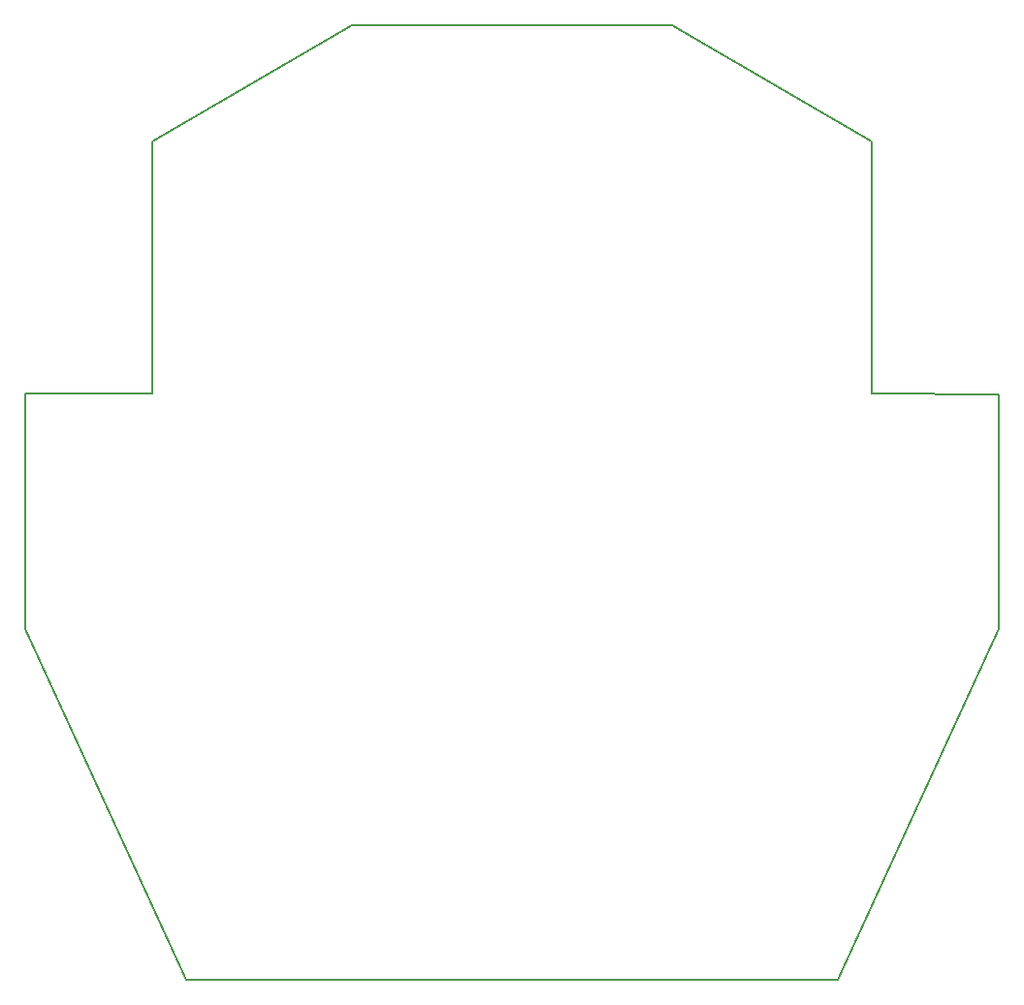
<source format=gbr>
%TF.GenerationSoftware,KiCad,Pcbnew,no-vcs-found-46edf65~60~ubuntu17.04.1*%
%TF.CreationDate,2018-01-25T11:12:12+01:00*%
%TF.ProjectId,telecomando,74656C65636F6D616E646F2E6B696361,1*%
%TF.SameCoordinates,Original*%
%TF.FileFunction,Profile,NP*%
%FSLAX46Y46*%
G04 Gerber Fmt 4.6, Leading zero omitted, Abs format (unit mm)*
G04 Created by KiCad (PCBNEW no-vcs-found-46edf65~60~ubuntu17.04.1) date Thu Jan 25 11:12:12 2018*
%MOMM*%
%LPD*%
G01*
G04 APERTURE LIST*
%ADD10C,0.150000*%
G04 APERTURE END LIST*
D10*
X109450000Y-107970000D02*
X123500000Y-138690000D01*
X109450000Y-87470000D02*
X109450000Y-107970000D01*
X120560000Y-87470000D02*
X109450000Y-87470000D01*
X120560000Y-65440000D02*
X120560000Y-87470000D01*
X137960000Y-55220000D02*
X120560000Y-65440000D01*
X165960000Y-55220000D02*
X137960000Y-55220000D01*
X183350000Y-65430000D02*
X165960000Y-55220000D01*
X183360000Y-87470000D02*
X183350000Y-65430000D01*
X194470000Y-87480000D02*
X183360000Y-87470000D01*
X194470000Y-107970000D02*
X194470000Y-87480000D01*
X180410000Y-138690000D02*
X194470000Y-107970000D01*
X123500000Y-138690000D02*
X180410000Y-138690000D01*
M02*

</source>
